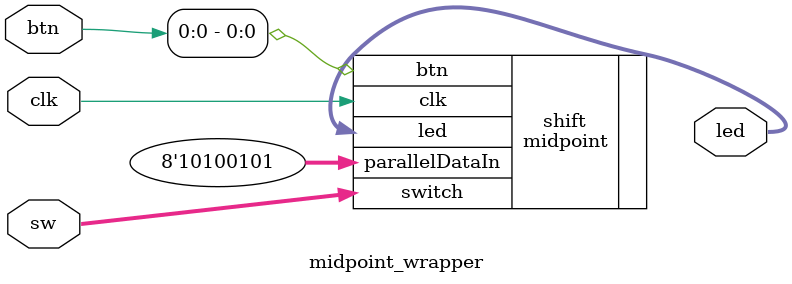
<source format=v>

`timescale 1ns / 1ps



//-----------------------------------------------------------------------------
// Basic building block modules
//-----------------------------------------------------------------------------

// D flip-flop with parameterized bit width (default: 1-bit)
// Parameters in Verilog: http://www.asic-world.com/verilog/para_modules1.html
module dff #( parameter W = 1 )
(
    input trigger,
    input enable,
    input      [W-1:0] d,
    output reg [W-1:0] q
);
    always @(posedge trigger) begin
        if(enable) begin
            q <= d;
        end 
    end
endmodule

// JK flip-flop
module jkff1
(
    input trigger,
    input j,
    input k,
    output reg q
);
    always @(posedge trigger) begin
        if(j && ~k) begin
            q <= 1'b1;
        end
        else if(k && ~j) begin
            q <= 1'b0;
        end
        else if(k && j) begin
            q <= ~q;
        end
    end
endmodule

// Two-input MUX with parameterized bit width (default: 1-bit)
module mux2 #( parameter W = 1 )
(
    input[W-1:0]    in0,
    input[W-1:0]    in1,
    input           sel,
    output[W-1:0]   out
);
    // Conditional operator - http://www.verilog.renerta.com/source/vrg00010.htm
    assign out = (sel) ? in1 : in0;
endmodule


//-----------------------------------------------------------------------------
// Main Lab 0 wrapper module
//   Interfaces with switches, buttons, and LEDs on ZYBO board. Allows for two
//   4-bit operands to be stored, and two results to be alternately displayed
//   to the LEDs.
//
//   You must write the FullAdder4bit (in your adder.v) to complete this module.
//   Challenge: write your own interface module instead of using this one.
//-----------------------------------------------------------------------------

module midpoint_wrapper
(
    input        clk,
    input  [1:0] sw,
    input  [2:0] btn,
    output [7:0] led
);

//    wire[7:0] res;       // Stored inputs to adder
//    wire[3:0] res0, res1;     // Output display options
//    wire res_sel;             // Select between display options
    
    // Memory for stored operands (parametric width set to 4 bits)
//    dff #(4) opA_mem(.trigger(clk), .enable(1'b1), .d(sw), .q(opA));
//    dff #(4) opB_mem(.trigger(clk), .enable(1'b1), .d(sw), .q(opB));
        
    // Capture button input to switch which MUX input to LEDs
//    jkff1 src_sel(.trigger(clk), .j(btn[1]), .k(btn[2]), .q(res_sel));
//    mux2 #(4) output_select(.in0(res0), .in1(res1), .sel(res_sel), .out(led));
        
    // Button zero is the paralell load signal
    midpoint #(8) shift(.clk(clk), .btn(btn[0]), .switch(sw), .parallelDataIn(8'hA5), .led(led));
    
//    assign res0 = res[3:0];
//    assign res1 = res[7:4];
endmodule


</source>
